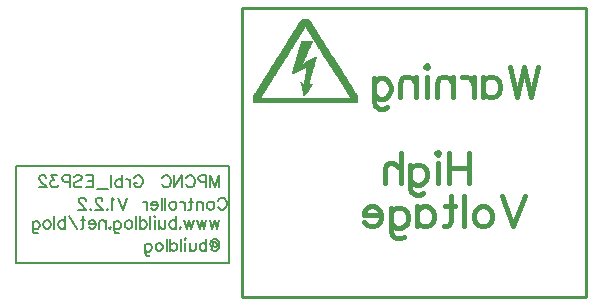
<source format=gbr>
G04 DipTrace 3.3.1.3*
G04 BottomSilk.gbr*
%MOIN*%
G04 #@! TF.FileFunction,Legend,Bot*
G04 #@! TF.Part,Single*
%ADD10C,0.009843*%
%ADD12C,0.003*%
%ADD27C,0.008*%
%ADD124C,0.006176*%
%ADD125C,0.015439*%
%FSLAX26Y26*%
G04*
G70*
G90*
G75*
G01*
G04 BotSilk*
%LPD*%
X3149949Y3268700D2*
D10*
X4293700D1*
Y2306200D1*
X3149949D1*
Y3268700D1*
X2393700Y2743700D2*
D27*
X3106200D1*
Y2418700D1*
X2393700D1*
Y2743700D1*
X3349200Y3234451D2*
D12*
X3370200D1*
X3346212Y3231451D2*
X3372163D1*
X3343317Y3228451D2*
X3374164D1*
X3340711Y3225451D2*
X3376202D1*
X3338535Y3222451D2*
X3378084D1*
X3336687Y3219451D2*
X3379800D1*
X3334940Y3216451D2*
X3381492D1*
X3333093Y3213451D2*
X3383318D1*
X3331126Y3210451D2*
X3385278D1*
X3329187Y3207451D2*
X3354725D1*
X3361778D2*
X3387214D1*
X3327209Y3204451D2*
X3353864D1*
X3362918D2*
X3389191D1*
X3325186Y3201451D2*
X3352599D1*
X3364519D2*
X3391214D1*
X3323311Y3198451D2*
X3350961D1*
X3366208D2*
X3393089D1*
X3321598Y3195451D2*
X3349089D1*
X3367846D2*
X3394802D1*
X3319907Y3192451D2*
X3347275D1*
X3369508D2*
X3396493D1*
X3318081Y3189451D2*
X3345586D1*
X3371324D2*
X3398319D1*
X3316122Y3186451D2*
X3343903D1*
X3373280D2*
X3400278D1*
X3314186Y3183451D2*
X3342080D1*
X3375215D2*
X3402214D1*
X3312209Y3180451D2*
X3340133D1*
X3377192D2*
X3404191D1*
X3310186Y3177451D2*
X3338291D1*
X3379214D2*
X3406214D1*
X3308311Y3174451D2*
X3336591D1*
X3381089D2*
X3408089D1*
X3306598Y3171451D2*
X3334905D1*
X3382802D2*
X3409802D1*
X3304907Y3168451D2*
X3333080D1*
X3384493D2*
X3411493D1*
X3303081Y3165451D2*
X3331121D1*
X3386319D2*
X3413319D1*
X3301134Y3162451D2*
X3329185D1*
X3388278D2*
X3415278D1*
X3299291Y3159451D2*
X3327209D1*
X3346200D2*
X3382200D1*
X3390214D2*
X3417214D1*
X3297591Y3156451D2*
X3325186D1*
X3344803D2*
X3380352D1*
X3392191D2*
X3419191D1*
X3295905Y3153451D2*
X3323311D1*
X3343836D2*
X3378734D1*
X3394214D2*
X3421214D1*
X3294080Y3150451D2*
X3321598D1*
X3343018D2*
X3377416D1*
X3396089D2*
X3423089D1*
X3292121Y3147451D2*
X3319907D1*
X3342094D2*
X3376303D1*
X3397802D2*
X3424802D1*
X3290185Y3144451D2*
X3318081D1*
X3341142D2*
X3375122D1*
X3399493D2*
X3426493D1*
X3288209Y3141451D2*
X3316122D1*
X3340206D2*
X3373802D1*
X3401319D2*
X3428319D1*
X3286186Y3138451D2*
X3314186D1*
X3339187D2*
X3372391D1*
X3403278D2*
X3430278D1*
X3284311Y3135451D2*
X3312209D1*
X3338182D2*
X3370926D1*
X3405214D2*
X3432214D1*
X3282598Y3132451D2*
X3310186D1*
X3337222D2*
X3369443D1*
X3407191D2*
X3434191D1*
X3280907Y3129451D2*
X3308311D1*
X3336205D2*
X3367958D1*
X3409214D2*
X3436214D1*
X3279081Y3126451D2*
X3306598D1*
X3335289D2*
X3366556D1*
X3411089D2*
X3438089D1*
X3277122Y3123451D2*
X3304907D1*
X3334605D2*
X3365343D1*
X3412802D2*
X3439802D1*
X3275174Y3120451D2*
X3303081D1*
X3333924D2*
X3364275D1*
X3414493D2*
X3441504D1*
X3273103Y3117451D2*
X3301122D1*
X3333058D2*
X3363112D1*
X3416319D2*
X3443424D1*
X3270792Y3114451D2*
X3299186D1*
X3332128D2*
X3361798D1*
X3418278D2*
X3445661D1*
X3268487Y3111451D2*
X3297209D1*
X3331202D2*
X3360390D1*
X3420214D2*
X3447945D1*
X3266447Y3108451D2*
X3295186D1*
X3330197D2*
X3358937D1*
X3422191D2*
X3450066D1*
X3264654Y3105451D2*
X3293311D1*
X3329287D2*
X3357548D1*
X3391200D2*
X3394200D1*
X3424214D2*
X3452131D1*
X3262928Y3102451D2*
X3291598D1*
X3328604D2*
X3356340D1*
X3385086D2*
X3393736D1*
X3426089D2*
X3454203D1*
X3261089Y3099451D2*
X3289907D1*
X3327923D2*
X3355274D1*
X3378713D2*
X3392981D1*
X3427802D2*
X3456186D1*
X3259136Y3096451D2*
X3288081D1*
X3327058D2*
X3354102D1*
X3372108D2*
X3392099D1*
X3429504D2*
X3458181D1*
X3257292Y3093451D2*
X3286122D1*
X3326128D2*
X3352712D1*
X3365794D2*
X3391191D1*
X3431424D2*
X3460210D1*
X3255591Y3090451D2*
X3284186D1*
X3325202D2*
X3351055D1*
X3360251D2*
X3390194D1*
X3433661D2*
X3462088D1*
X3253905Y3087451D2*
X3282209D1*
X3324197D2*
X3349200D1*
X3355200D2*
X3389285D1*
X3435933D2*
X3463801D1*
X3252080Y3084451D2*
X3280186D1*
X3323287D2*
X3388604D1*
X3437961D2*
X3465493D1*
X3250122Y3081451D2*
X3278311D1*
X3322604D2*
X3387923D1*
X3439749D2*
X3467319D1*
X3248185Y3078451D2*
X3276598D1*
X3321923D2*
X3387058D1*
X3441484D2*
X3469278D1*
X3246209Y3075451D2*
X3274896D1*
X3321058D2*
X3386128D1*
X3443417D2*
X3471214D1*
X3244186Y3072451D2*
X3272976D1*
X3320128D2*
X3358790D1*
X3363736D2*
X3385202D1*
X3445658D2*
X3473191D1*
X3242311Y3069451D2*
X3270739D1*
X3319202D2*
X3351035D1*
X3362993D2*
X3384197D1*
X3447932D2*
X3475214D1*
X3240598Y3066451D2*
X3268467D1*
X3318197D2*
X3344030D1*
X3362216D2*
X3383287D1*
X3449960D2*
X3477089D1*
X3238907Y3063451D2*
X3266439D1*
X3317298D2*
X3337543D1*
X3361690D2*
X3382604D1*
X3451749D2*
X3478802D1*
X3237081Y3060451D2*
X3264651D1*
X3316719D2*
X3331332D1*
X3361400D2*
X3381923D1*
X3453472D2*
X3480493D1*
X3235122Y3057451D2*
X3262928D1*
X3316404D2*
X3325246D1*
X3361167D2*
X3381058D1*
X3455311D2*
X3482319D1*
X3233186Y3054451D2*
X3261089D1*
X3316200D2*
X3319200D1*
X3360732D2*
X3380128D1*
X3457276D2*
X3484278D1*
X3231209Y3051451D2*
X3259124D1*
X3359993D2*
X3379202D1*
X3459214D2*
X3486214D1*
X3229186Y3048451D2*
X3257186D1*
X3359217D2*
X3378197D1*
X3461191D2*
X3488191D1*
X3227311Y3045451D2*
X3255209D1*
X3358691D2*
X3377287D1*
X3463225D2*
X3490214D1*
X3225598Y3042451D2*
X3253186D1*
X3358400D2*
X3376604D1*
X3465194D2*
X3492089D1*
X3223907Y3039451D2*
X3251311D1*
X3358167D2*
X3375923D1*
X3467184D2*
X3493802D1*
X3222081Y3036451D2*
X3249598D1*
X3357732D2*
X3375070D1*
X3469223D2*
X3495493D1*
X3220122Y3033451D2*
X3247907D1*
X3356993D2*
X3374234D1*
X3471193D2*
X3497319D1*
X3218186Y3030451D2*
X3246081D1*
X3356217D2*
X3373584D1*
X3473184D2*
X3499278D1*
X3216209Y3027451D2*
X3244122D1*
X3355689D2*
X3372916D1*
X3475211D2*
X3501214D1*
X3214186Y3024451D2*
X3242186D1*
X3343200D2*
X3346200D1*
X3355394D2*
X3372067D1*
X3477088D2*
X3503191D1*
X3212311Y3021451D2*
X3240209D1*
X3344226D2*
X3349200D1*
X3355200D2*
X3371237D1*
X3478801D2*
X3505214D1*
X3210610Y3018451D2*
X3238186D1*
X3345130D2*
X3370647D1*
X3480493D2*
X3507089D1*
X3209013Y3015451D2*
X3236311D1*
X3345804D2*
X3370200D1*
X3376200D2*
X3382200D1*
X3482319D2*
X3508802D1*
X3207464Y3012451D2*
X3234598D1*
X3346481D2*
X3379664D1*
X3484278D2*
X3510493D1*
X3205852Y3009451D2*
X3232907D1*
X3347331D2*
X3377419D1*
X3486214D2*
X3512319D1*
X3204060Y3006451D2*
X3231081D1*
X3348155D2*
X3375301D1*
X3488191D2*
X3514266D1*
X3202114Y3003451D2*
X3229122D1*
X3348711D2*
X3373209D1*
X3490214D2*
X3516109D1*
X3200183Y3000451D2*
X3227186D1*
X3349102D2*
X3371218D1*
X3492089D2*
X3517809D1*
X3198208Y2997451D2*
X3225209D1*
X3349614D2*
X3369220D1*
X3493802D2*
X3519495D1*
X3196174Y2994451D2*
X3223186D1*
X3350386D2*
X3367178D1*
X3495493D2*
X3521320D1*
X3194206Y2991451D2*
X3221311D1*
X3351176D2*
X3365195D1*
X3497319D2*
X3523279D1*
X3192216Y2988451D2*
X3219598D1*
X3351707D2*
X3363099D1*
X3499278D2*
X3525215D1*
X3190189Y2985451D2*
X3217907D1*
X3351988D2*
X3360680D1*
X3501214D2*
X3527180D1*
X3188324Y2982451D2*
X3216093D1*
X3352121D2*
X3357996D1*
X3503180D2*
X3529097D1*
X3186727Y2979451D2*
X3214250D1*
X3352200D2*
X3355200D1*
X3505097D2*
X3530578D1*
X3185524Y2976451D2*
X3212792D1*
X3506588D2*
X3531455D1*
X3184811Y2973451D2*
X3211864D1*
X3507529D2*
X3531889D1*
X3184456Y2970451D2*
X3532079D1*
X3184300Y2967451D2*
X3532155D1*
X3184237Y2964451D2*
X3532184D1*
X3184213Y2961451D2*
X3532195D1*
X3184204Y2958451D2*
X3532198D1*
X3184200Y2955451D2*
X3532200D1*
X3349200Y3234451D2*
X3346212Y3231451D1*
X3343317Y3228451D1*
X3340711Y3225451D1*
X3338535Y3222451D1*
X3336687Y3219451D1*
X3334940Y3216451D1*
X3333093Y3213451D1*
X3331126Y3210451D1*
X3329187Y3207451D1*
X3327209Y3204451D1*
X3325186Y3201451D1*
X3323311Y3198451D1*
X3321598Y3195451D1*
X3319907Y3192451D1*
X3318081Y3189451D1*
X3316122Y3186451D1*
X3314186Y3183451D1*
X3312209Y3180451D1*
X3310186Y3177451D1*
X3308311Y3174451D1*
X3306598Y3171451D1*
X3304907Y3168451D1*
X3303081Y3165451D1*
X3301134Y3162451D1*
X3299291Y3159451D1*
X3297591Y3156451D1*
X3295905Y3153451D1*
X3294080Y3150451D1*
X3292121Y3147451D1*
X3290185Y3144451D1*
X3288209Y3141451D1*
X3286186Y3138451D1*
X3284311Y3135451D1*
X3282598Y3132451D1*
X3280907Y3129451D1*
X3279081Y3126451D1*
X3277122Y3123451D1*
X3275174Y3120451D1*
X3273103Y3117451D1*
X3270792Y3114451D1*
X3268487Y3111451D1*
X3266447Y3108451D1*
X3264654Y3105451D1*
X3262928Y3102451D1*
X3261089Y3099451D1*
X3259136Y3096451D1*
X3257292Y3093451D1*
X3255591Y3090451D1*
X3253905Y3087451D1*
X3252080Y3084451D1*
X3250122Y3081451D1*
X3248185Y3078451D1*
X3246209Y3075451D1*
X3244186Y3072451D1*
X3242311Y3069451D1*
X3240598Y3066451D1*
X3238907Y3063451D1*
X3237081Y3060451D1*
X3235122Y3057451D1*
X3233186Y3054451D1*
X3231209Y3051451D1*
X3229186Y3048451D1*
X3227311Y3045451D1*
X3225598Y3042451D1*
X3223907Y3039451D1*
X3222081Y3036451D1*
X3220122Y3033451D1*
X3218186Y3030451D1*
X3216209Y3027451D1*
X3214186Y3024451D1*
X3212311Y3021451D1*
X3210610Y3018451D1*
X3209013Y3015451D1*
X3207464Y3012451D1*
X3205852Y3009451D1*
X3204060Y3006451D1*
X3202114Y3003451D1*
X3200183Y3000451D1*
X3198208Y2997451D1*
X3196174Y2994451D1*
X3194206Y2991451D1*
X3192216Y2988451D1*
X3190189Y2985451D1*
X3188324Y2982451D1*
X3186727Y2979451D1*
X3185524Y2976451D1*
X3184811Y2973451D1*
X3184456Y2970451D1*
X3184300Y2967451D1*
X3184237Y2964451D1*
X3184213Y2961451D1*
X3184204Y2958451D1*
X3184200Y2955451D1*
X3370200Y3234451D2*
X3372163Y3231451D1*
X3374164Y3228451D1*
X3376202Y3225451D1*
X3378084Y3222451D1*
X3379800Y3219451D1*
X3381492Y3216451D1*
X3383318Y3213451D1*
X3385278Y3210451D1*
X3387214Y3207451D1*
X3389191Y3204451D1*
X3391214Y3201451D1*
X3393089Y3198451D1*
X3394802Y3195451D1*
X3396493Y3192451D1*
X3398319Y3189451D1*
X3400278Y3186451D1*
X3402214Y3183451D1*
X3404191Y3180451D1*
X3406214Y3177451D1*
X3408089Y3174451D1*
X3409802Y3171451D1*
X3411493Y3168451D1*
X3413319Y3165451D1*
X3415278Y3162451D1*
X3417214Y3159451D1*
X3419191Y3156451D1*
X3421214Y3153451D1*
X3423089Y3150451D1*
X3424802Y3147451D1*
X3426493Y3144451D1*
X3428319Y3141451D1*
X3430278Y3138451D1*
X3432214Y3135451D1*
X3434191Y3132451D1*
X3436214Y3129451D1*
X3438089Y3126451D1*
X3439802Y3123451D1*
X3441504Y3120451D1*
X3443424Y3117451D1*
X3445661Y3114451D1*
X3447945Y3111451D1*
X3450066Y3108451D1*
X3452131Y3105451D1*
X3454203Y3102451D1*
X3456186Y3099451D1*
X3458181Y3096451D1*
X3460210Y3093451D1*
X3462088Y3090451D1*
X3463801Y3087451D1*
X3465493Y3084451D1*
X3467319Y3081451D1*
X3469278Y3078451D1*
X3471214Y3075451D1*
X3473191Y3072451D1*
X3475214Y3069451D1*
X3477089Y3066451D1*
X3478802Y3063451D1*
X3480493Y3060451D1*
X3482319Y3057451D1*
X3484278Y3054451D1*
X3486214Y3051451D1*
X3488191Y3048451D1*
X3490214Y3045451D1*
X3492089Y3042451D1*
X3493802Y3039451D1*
X3495493Y3036451D1*
X3497319Y3033451D1*
X3499278Y3030451D1*
X3501214Y3027451D1*
X3503191Y3024451D1*
X3505214Y3021451D1*
X3507089Y3018451D1*
X3508802Y3015451D1*
X3510493Y3012451D1*
X3512319Y3009451D1*
X3514266Y3006451D1*
X3516109Y3003451D1*
X3517809Y3000451D1*
X3519495Y2997451D1*
X3521320Y2994451D1*
X3523279Y2991451D1*
X3525215Y2988451D1*
X3527180Y2985451D1*
X3529097Y2982451D1*
X3530578Y2979451D1*
X3531455Y2976451D1*
X3531889Y2973451D1*
X3532079Y2970451D1*
X3532155Y2967451D1*
X3532184Y2964451D1*
X3532195Y2961451D1*
X3532198Y2958451D1*
X3532200Y2955451D1*
X3355200Y3210451D2*
X3354725Y3207451D1*
X3353864Y3204451D1*
X3352599Y3201451D1*
X3350961Y3198451D1*
X3349089Y3195451D1*
X3347275Y3192451D1*
X3345586Y3189451D1*
X3343903Y3186451D1*
X3342080Y3183451D1*
X3340133Y3180451D1*
X3338291Y3177451D1*
X3336591Y3174451D1*
X3334905Y3171451D1*
X3333080Y3168451D1*
X3331121Y3165451D1*
X3329185Y3162451D1*
X3327209Y3159451D1*
X3325186Y3156451D1*
X3323311Y3153451D1*
X3321598Y3150451D1*
X3319907Y3147451D1*
X3318081Y3144451D1*
X3316122Y3141451D1*
X3314186Y3138451D1*
X3312209Y3135451D1*
X3310186Y3132451D1*
X3308311Y3129451D1*
X3306598Y3126451D1*
X3304907Y3123451D1*
X3303081Y3120451D1*
X3301122Y3117451D1*
X3299186Y3114451D1*
X3297209Y3111451D1*
X3295186Y3108451D1*
X3293311Y3105451D1*
X3291598Y3102451D1*
X3289907Y3099451D1*
X3288081Y3096451D1*
X3286122Y3093451D1*
X3284186Y3090451D1*
X3282209Y3087451D1*
X3280186Y3084451D1*
X3278311Y3081451D1*
X3276598Y3078451D1*
X3274896Y3075451D1*
X3272976Y3072451D1*
X3270739Y3069451D1*
X3268467Y3066451D1*
X3266439Y3063451D1*
X3264651Y3060451D1*
X3262928Y3057451D1*
X3261089Y3054451D1*
X3259124Y3051451D1*
X3257186Y3048451D1*
X3255209Y3045451D1*
X3253186Y3042451D1*
X3251311Y3039451D1*
X3249598Y3036451D1*
X3247907Y3033451D1*
X3246081Y3030451D1*
X3244122Y3027451D1*
X3242186Y3024451D1*
X3240209Y3021451D1*
X3238186Y3018451D1*
X3236311Y3015451D1*
X3234598Y3012451D1*
X3232907Y3009451D1*
X3231081Y3006451D1*
X3229122Y3003451D1*
X3227186Y3000451D1*
X3225209Y2997451D1*
X3223186Y2994451D1*
X3221311Y2991451D1*
X3219598Y2988451D1*
X3217907Y2985451D1*
X3216093Y2982451D1*
X3214250Y2979451D1*
X3212792Y2976451D1*
X3211864Y2973451D1*
X3211200Y2970451D1*
X3361200Y3210451D2*
X3361778Y3207451D1*
X3362918Y3204451D1*
X3364519Y3201451D1*
X3366208Y3198451D1*
X3367846Y3195451D1*
X3369508Y3192451D1*
X3371324Y3189451D1*
X3373280Y3186451D1*
X3375215Y3183451D1*
X3377192Y3180451D1*
X3379214Y3177451D1*
X3381089Y3174451D1*
X3382802Y3171451D1*
X3384493Y3168451D1*
X3386319Y3165451D1*
X3388278Y3162451D1*
X3390214Y3159451D1*
X3392191Y3156451D1*
X3394214Y3153451D1*
X3396089Y3150451D1*
X3397802Y3147451D1*
X3399493Y3144451D1*
X3401319Y3141451D1*
X3403278Y3138451D1*
X3405214Y3135451D1*
X3407191Y3132451D1*
X3409214Y3129451D1*
X3411089Y3126451D1*
X3412802Y3123451D1*
X3414493Y3120451D1*
X3416319Y3117451D1*
X3418278Y3114451D1*
X3420214Y3111451D1*
X3422191Y3108451D1*
X3424214Y3105451D1*
X3426089Y3102451D1*
X3427802Y3099451D1*
X3429504Y3096451D1*
X3431424Y3093451D1*
X3433661Y3090451D1*
X3435933Y3087451D1*
X3437961Y3084451D1*
X3439749Y3081451D1*
X3441484Y3078451D1*
X3443417Y3075451D1*
X3445658Y3072451D1*
X3447932Y3069451D1*
X3449960Y3066451D1*
X3451749Y3063451D1*
X3453472Y3060451D1*
X3455311Y3057451D1*
X3457276Y3054451D1*
X3459214Y3051451D1*
X3461191Y3048451D1*
X3463225Y3045451D1*
X3465194Y3042451D1*
X3467184Y3039451D1*
X3469223Y3036451D1*
X3471193Y3033451D1*
X3473184Y3030451D1*
X3475211Y3027451D1*
X3477088Y3024451D1*
X3478801Y3021451D1*
X3480493Y3018451D1*
X3482319Y3015451D1*
X3484278Y3012451D1*
X3486214Y3009451D1*
X3488191Y3006451D1*
X3490214Y3003451D1*
X3492089Y3000451D1*
X3493802Y2997451D1*
X3495493Y2994451D1*
X3497319Y2991451D1*
X3499278Y2988451D1*
X3501214Y2985451D1*
X3503180Y2982451D1*
X3505097Y2979451D1*
X3506588Y2976451D1*
X3507529Y2973451D1*
X3508200Y2970451D1*
X3346200Y3159451D2*
X3344803Y3156451D1*
X3343836Y3153451D1*
X3343018Y3150451D1*
X3342094Y3147451D1*
X3341142Y3144451D1*
X3340206Y3141451D1*
X3339187Y3138451D1*
X3338182Y3135451D1*
X3337222Y3132451D1*
X3336205Y3129451D1*
X3335289Y3126451D1*
X3334605Y3123451D1*
X3333924Y3120451D1*
X3333058Y3117451D1*
X3332128Y3114451D1*
X3331202Y3111451D1*
X3330197Y3108451D1*
X3329287Y3105451D1*
X3328604Y3102451D1*
X3327923Y3099451D1*
X3327058Y3096451D1*
X3326128Y3093451D1*
X3325202Y3090451D1*
X3324197Y3087451D1*
X3323287Y3084451D1*
X3322604Y3081451D1*
X3321923Y3078451D1*
X3321058Y3075451D1*
X3320128Y3072451D1*
X3319202Y3069451D1*
X3318197Y3066451D1*
X3317298Y3063451D1*
X3316719Y3060451D1*
X3316404Y3057451D1*
X3316200Y3054451D1*
X3382200Y3159451D2*
X3380352Y3156451D1*
X3378734Y3153451D1*
X3377416Y3150451D1*
X3376303Y3147451D1*
X3375122Y3144451D1*
X3373802Y3141451D1*
X3372391Y3138451D1*
X3370926Y3135451D1*
X3369443Y3132451D1*
X3367958Y3129451D1*
X3366556Y3126451D1*
X3365343Y3123451D1*
X3364275Y3120451D1*
X3363112Y3117451D1*
X3361798Y3114451D1*
X3360390Y3111451D1*
X3358937Y3108451D1*
X3357548Y3105451D1*
X3356340Y3102451D1*
X3355274Y3099451D1*
X3354102Y3096451D1*
X3352712Y3093451D1*
X3351055Y3090451D1*
X3349200Y3087451D1*
X3391200Y3105451D2*
X3385086Y3102451D1*
X3378713Y3099451D1*
X3372108Y3096451D1*
X3365794Y3093451D1*
X3360251Y3090451D1*
X3355200Y3087451D1*
X3394200Y3105451D2*
X3393736Y3102451D1*
X3392981Y3099451D1*
X3392099Y3096451D1*
X3391191Y3093451D1*
X3390194Y3090451D1*
X3389285Y3087451D1*
X3388604Y3084451D1*
X3387923Y3081451D1*
X3387058Y3078451D1*
X3386128Y3075451D1*
X3385202Y3072451D1*
X3384197Y3069451D1*
X3383287Y3066451D1*
X3382604Y3063451D1*
X3381923Y3060451D1*
X3381058Y3057451D1*
X3380128Y3054451D1*
X3379202Y3051451D1*
X3378197Y3048451D1*
X3377287Y3045451D1*
X3376604Y3042451D1*
X3375923Y3039451D1*
X3375070Y3036451D1*
X3374234Y3033451D1*
X3373584Y3030451D1*
X3372916Y3027451D1*
X3372067Y3024451D1*
X3371237Y3021451D1*
X3370647Y3018451D1*
X3370200Y3015451D1*
X3367200Y3075451D2*
X3358790Y3072451D1*
X3351035Y3069451D1*
X3344030Y3066451D1*
X3337543Y3063451D1*
X3331332Y3060451D1*
X3325246Y3057451D1*
X3319200Y3054451D1*
X3364200Y3075451D2*
X3363736Y3072451D1*
X3362993Y3069451D1*
X3362216Y3066451D1*
X3361690Y3063451D1*
X3361400Y3060451D1*
X3361167Y3057451D1*
X3360732Y3054451D1*
X3359993Y3051451D1*
X3359217Y3048451D1*
X3358691Y3045451D1*
X3358400Y3042451D1*
X3358167Y3039451D1*
X3357732Y3036451D1*
X3356993Y3033451D1*
X3356217Y3030451D1*
X3355689Y3027451D1*
X3355394Y3024451D1*
X3355200Y3021451D1*
X3343200Y3024451D2*
X3344226Y3021451D1*
X3345130Y3018451D1*
X3345804Y3015451D1*
X3346481Y3012451D1*
X3347331Y3009451D1*
X3348155Y3006451D1*
X3348711Y3003451D1*
X3349102Y3000451D1*
X3349614Y2997451D1*
X3350386Y2994451D1*
X3351176Y2991451D1*
X3351707Y2988451D1*
X3351988Y2985451D1*
X3352121Y2982451D1*
X3352200Y2979451D1*
X3346200Y3024451D2*
X3349200Y3021451D1*
X3376200Y3015451D2*
X3382200D2*
X3379664Y3012451D1*
X3377419Y3009451D1*
X3375301Y3006451D1*
X3373209Y3003451D1*
X3371218Y3000451D1*
X3369220Y2997451D1*
X3367178Y2994451D1*
X3365195Y2991451D1*
X3363099Y2988451D1*
X3360680Y2985451D1*
X3357996Y2982451D1*
X3355200Y2979451D1*
X3042494Y2672660D2*
D124*
Y2712852D1*
X3057792Y2672660D1*
X3073091Y2712852D1*
Y2672660D1*
X3030142Y2691806D2*
X3012898D1*
X3007194Y2693707D1*
X3005249Y2695652D1*
X3003347Y2699455D1*
Y2705203D1*
X3005249Y2709005D1*
X3007194Y2710951D1*
X3012898Y2712852D1*
X3030142D1*
Y2672660D1*
X2962300Y2703302D2*
X2964201Y2707104D1*
X2968048Y2710951D1*
X2971851Y2712852D1*
X2979500D1*
X2983347Y2710951D1*
X2987149Y2707104D1*
X2989095Y2703302D1*
X2990996Y2697554D1*
Y2687959D1*
X2989095Y2682255D1*
X2987149Y2678408D1*
X2983347Y2674606D1*
X2979500Y2672660D1*
X2971851D1*
X2968048Y2674606D1*
X2964201Y2678408D1*
X2962300Y2682255D1*
X2923154Y2712852D2*
Y2672660D1*
X2949949Y2712852D1*
Y2672660D1*
X2882107Y2703302D2*
X2884008Y2707104D1*
X2887855Y2710951D1*
X2891657Y2712852D1*
X2899307D1*
X2903153Y2710951D1*
X2906956Y2707104D1*
X2908901Y2703302D1*
X2910803Y2697554D1*
Y2687959D1*
X2908901Y2682255D1*
X2906956Y2678408D1*
X2903153Y2674606D1*
X2899307Y2672660D1*
X2891657D1*
X2887855Y2674606D1*
X2884008Y2678408D1*
X2882107Y2682255D1*
X2788490Y2703302D2*
X2790391Y2707104D1*
X2794238Y2710951D1*
X2798040Y2712852D1*
X2805689D1*
X2809536Y2710951D1*
X2813339Y2707104D1*
X2815284Y2703302D1*
X2817186Y2697554D1*
Y2687959D1*
X2815284Y2682255D1*
X2813339Y2678408D1*
X2809536Y2674606D1*
X2805689Y2672660D1*
X2798040D1*
X2794238Y2674606D1*
X2790391Y2678408D1*
X2788490Y2682255D1*
Y2687959D1*
X2798040D1*
X2776138Y2699455D2*
Y2672660D1*
Y2687959D2*
X2774193Y2693707D1*
X2770390Y2697554D1*
X2766543Y2699455D1*
X2760795D1*
X2748444Y2712852D2*
Y2672660D1*
Y2693707D2*
X2744597Y2697554D1*
X2740795Y2699455D1*
X2735047D1*
X2731244Y2697554D1*
X2727397Y2693707D1*
X2725496Y2687959D1*
Y2684156D1*
X2727397Y2678408D1*
X2731244Y2674606D1*
X2735047Y2672660D1*
X2740795D1*
X2744597Y2674606D1*
X2748444Y2678408D1*
X2713145Y2712852D2*
Y2672660D1*
X2700793Y2666028D2*
X2664448D1*
X2627247Y2712852D2*
X2652097D1*
Y2672660D1*
X2627247D1*
X2652097Y2693707D2*
X2636798D1*
X2588101Y2707104D2*
X2591904Y2710951D1*
X2597652Y2712852D1*
X2605301D1*
X2611049Y2710951D1*
X2614896Y2707104D1*
Y2703302D1*
X2612951Y2699455D1*
X2611049Y2697554D1*
X2607247Y2695652D1*
X2595751Y2691806D1*
X2591904Y2689904D1*
X2590003Y2687959D1*
X2588101Y2684156D1*
Y2678408D1*
X2591904Y2674606D1*
X2597652Y2672660D1*
X2605301D1*
X2611049Y2674606D1*
X2614896Y2678408D1*
X2575750Y2691806D2*
X2558506D1*
X2552802Y2693707D1*
X2550857Y2695652D1*
X2548955Y2699455D1*
Y2705203D1*
X2550857Y2709005D1*
X2552802Y2710951D1*
X2558506Y2712852D1*
X2575750D1*
Y2672660D1*
X2532757Y2712808D2*
X2511755D1*
X2523207Y2697509D1*
X2517459D1*
X2513656Y2695608D1*
X2511755Y2693707D1*
X2509809Y2687959D1*
Y2684156D1*
X2511755Y2678408D1*
X2515557Y2674561D1*
X2521305Y2672660D1*
X2527053D1*
X2532757Y2674561D1*
X2534658Y2676507D1*
X2536604Y2680310D1*
X2495512Y2703257D2*
Y2705159D1*
X2493611Y2709005D1*
X2491710Y2710907D1*
X2487863Y2712808D1*
X2480214D1*
X2476411Y2710907D1*
X2474510Y2709005D1*
X2472564Y2705159D1*
Y2701356D1*
X2474510Y2697509D1*
X2478312Y2691806D1*
X2497458Y2672660D1*
X2470663D1*
X3068490Y2628302D2*
X3070391Y2632104D1*
X3074238Y2635951D1*
X3078040Y2637852D1*
X3085690D1*
X3089536Y2635951D1*
X3093339Y2632104D1*
X3095284Y2628302D1*
X3097186Y2622554D1*
Y2612959D1*
X3095284Y2607255D1*
X3093339Y2603408D1*
X3089536Y2599606D1*
X3085690Y2597660D1*
X3078040D1*
X3074238Y2599606D1*
X3070391Y2603408D1*
X3068490Y2607255D1*
X3046588Y2624455D2*
X3050390Y2622554D1*
X3054237Y2618707D1*
X3056138Y2612959D1*
Y2609156D1*
X3054237Y2603408D1*
X3050390Y2599606D1*
X3046588Y2597660D1*
X3040840D1*
X3036993Y2599606D1*
X3033190Y2603408D1*
X3031245Y2609156D1*
Y2612959D1*
X3033190Y2618707D1*
X3036993Y2622554D1*
X3040840Y2624455D1*
X3046588D1*
X3018894D2*
Y2597660D1*
Y2616806D2*
X3013146Y2622554D1*
X3009299Y2624455D1*
X3003595D1*
X2999748Y2622554D1*
X2997847Y2616806D1*
Y2597660D1*
X2979747Y2637852D2*
Y2605310D1*
X2977846Y2599606D1*
X2973999Y2597660D1*
X2970197D1*
X2985496Y2624455D2*
X2972098D1*
X2957846D2*
Y2597660D1*
Y2612959D2*
X2955900Y2618707D1*
X2952097Y2622554D1*
X2948251Y2624455D1*
X2942503D1*
X2920601D2*
X2924403Y2622554D1*
X2928250Y2618707D1*
X2930151Y2612959D1*
Y2609156D1*
X2928250Y2603408D1*
X2924403Y2599606D1*
X2920601Y2597660D1*
X2914853D1*
X2911006Y2599606D1*
X2907203Y2603408D1*
X2905258Y2609156D1*
Y2612959D1*
X2907203Y2618707D1*
X2911006Y2622554D1*
X2914853Y2624455D1*
X2920601D1*
X2892907Y2637852D2*
Y2597660D1*
X2880555Y2637852D2*
Y2597660D1*
X2868204Y2612959D2*
X2845256D1*
Y2616806D1*
X2847157Y2620652D1*
X2849058Y2622554D1*
X2852905Y2624455D1*
X2858653D1*
X2862456Y2622554D1*
X2866302Y2618707D1*
X2868204Y2612959D1*
Y2609156D1*
X2866302Y2603408D1*
X2862456Y2599606D1*
X2858653Y2597660D1*
X2852905D1*
X2849058Y2599606D1*
X2845256Y2603408D1*
X2832904Y2624455D2*
Y2597660D1*
Y2612959D2*
X2830959Y2618707D1*
X2827156Y2622554D1*
X2823310Y2624455D1*
X2817562D1*
X2766329Y2637852D2*
X2751031Y2597660D1*
X2735732Y2637852D1*
X2723381Y2630159D2*
X2719534Y2632104D1*
X2713786Y2637808D1*
Y2597660D1*
X2699533Y2601507D2*
X2701435Y2599561D1*
X2699533Y2597660D1*
X2697588Y2599561D1*
X2699533Y2601507D1*
X2683291Y2628257D2*
Y2630159D1*
X2681390Y2634005D1*
X2679488Y2635907D1*
X2675642Y2637808D1*
X2667992D1*
X2664190Y2635907D1*
X2662289Y2634005D1*
X2660343Y2630159D1*
Y2626356D1*
X2662289Y2622509D1*
X2666091Y2616806D1*
X2685236Y2597660D1*
X2658442D1*
X2644189Y2601507D2*
X2646090Y2599561D1*
X2644189Y2597660D1*
X2642244Y2599561D1*
X2644189Y2601507D1*
X2627947Y2628257D2*
Y2630159D1*
X2626045Y2634005D1*
X2624144Y2635907D1*
X2620297Y2637808D1*
X2612648D1*
X2608846Y2635907D1*
X2606944Y2634005D1*
X2604999Y2630159D1*
Y2626356D1*
X2606944Y2622509D1*
X2610747Y2616806D1*
X2629892Y2597660D1*
X2603098D1*
X3073091Y2561955D2*
X3065441Y2535160D1*
X3057792Y2561955D1*
X3050143Y2535160D1*
X3042493Y2561955D1*
X3030142D2*
X3022493Y2535160D1*
X3014843Y2561955D1*
X3007194Y2535160D1*
X2999545Y2561955D1*
X2987193D2*
X2979544Y2535160D1*
X2971895Y2561955D1*
X2964246Y2535160D1*
X2956596Y2561955D1*
X2942344Y2539007D2*
X2944245Y2537061D1*
X2942344Y2535160D1*
X2940398Y2537061D1*
X2942344Y2539007D1*
X2928047Y2575352D2*
Y2535160D1*
Y2556207D2*
X2924200Y2560054D1*
X2920397Y2561955D1*
X2914649D1*
X2910847Y2560054D1*
X2907000Y2556207D1*
X2905099Y2550459D1*
Y2546656D1*
X2907000Y2540908D1*
X2910847Y2537106D1*
X2914649Y2535160D1*
X2920397D1*
X2924200Y2537106D1*
X2928047Y2540908D1*
X2892747Y2561955D2*
Y2542810D1*
X2890846Y2537106D1*
X2886999Y2535160D1*
X2881251D1*
X2877449Y2537106D1*
X2871701Y2542810D1*
Y2561955D2*
Y2535160D1*
X2859349Y2575352D2*
X2857448Y2573451D1*
X2855503Y2575352D1*
X2857448Y2577298D1*
X2859349Y2575352D1*
X2857448Y2561955D2*
Y2535160D1*
X2843151Y2575352D2*
Y2535160D1*
X2807852Y2575352D2*
Y2535160D1*
Y2556207D2*
X2811654Y2560054D1*
X2815501Y2561955D1*
X2821249D1*
X2825052Y2560054D1*
X2828899Y2556207D1*
X2830800Y2550459D1*
Y2546656D1*
X2828899Y2540908D1*
X2825052Y2537106D1*
X2821249Y2535160D1*
X2815501D1*
X2811654Y2537106D1*
X2807852Y2540908D1*
X2795500Y2575352D2*
Y2535160D1*
X2773599Y2561955D2*
X2777401Y2560054D1*
X2781248Y2556207D1*
X2783149Y2550459D1*
Y2546656D1*
X2781248Y2540908D1*
X2777401Y2537106D1*
X2773599Y2535160D1*
X2767850D1*
X2764004Y2537106D1*
X2760201Y2540908D1*
X2758256Y2546656D1*
Y2550459D1*
X2760201Y2556207D1*
X2764004Y2560054D1*
X2767850Y2561955D1*
X2773599D1*
X2722956Y2560054D2*
Y2529412D1*
X2724858Y2523708D1*
X2726759Y2521763D1*
X2730606Y2519862D1*
X2736354D1*
X2740156Y2521763D1*
X2722956Y2554306D2*
X2726759Y2558108D1*
X2730606Y2560054D1*
X2736354D1*
X2740156Y2558108D1*
X2744003Y2554306D1*
X2745904Y2548558D1*
Y2544711D1*
X2744003Y2539007D1*
X2740156Y2535160D1*
X2736354Y2533259D1*
X2730606D1*
X2726759Y2535160D1*
X2722956Y2539007D1*
X2708704D2*
X2710605Y2537061D1*
X2708704Y2535160D1*
X2706758Y2537061D1*
X2708704Y2539007D1*
X2694407Y2561955D2*
Y2535160D1*
Y2554306D2*
X2688659Y2560054D1*
X2684812Y2561955D1*
X2679108D1*
X2675261Y2560054D1*
X2673360Y2554306D1*
Y2535160D1*
X2661009Y2550459D2*
X2638061D1*
Y2554306D1*
X2639962Y2558152D1*
X2641863Y2560054D1*
X2645710Y2561955D1*
X2651458D1*
X2655261Y2560054D1*
X2659108Y2556207D1*
X2661009Y2550459D1*
Y2546656D1*
X2659108Y2540908D1*
X2655261Y2537106D1*
X2651458Y2535160D1*
X2645710D1*
X2641863Y2537106D1*
X2638061Y2540908D1*
X2619961Y2575352D2*
Y2542810D1*
X2618060Y2537106D1*
X2614213Y2535160D1*
X2610411D1*
X2625709Y2561955D2*
X2612312D1*
X2598059Y2535160D2*
X2571265Y2575308D1*
X2558913Y2575352D2*
Y2535160D1*
Y2556207D2*
X2555067Y2560054D1*
X2551264Y2561955D1*
X2545516D1*
X2541714Y2560054D1*
X2537867Y2556207D1*
X2535966Y2550459D1*
Y2546656D1*
X2537867Y2540908D1*
X2541714Y2537106D1*
X2545516Y2535160D1*
X2551264D1*
X2555067Y2537106D1*
X2558913Y2540908D1*
X2523614Y2575352D2*
Y2535160D1*
X2501712Y2561955D2*
X2505515Y2560054D1*
X2509361Y2556207D1*
X2511263Y2550459D1*
Y2546656D1*
X2509361Y2540908D1*
X2505515Y2537106D1*
X2501712Y2535160D1*
X2495964D1*
X2492117Y2537106D1*
X2488315Y2540908D1*
X2486369Y2546656D1*
Y2550459D1*
X2488315Y2556207D1*
X2492117Y2560054D1*
X2495964Y2561955D1*
X2501712D1*
X2451070Y2560054D2*
Y2529412D1*
X2452971Y2523708D1*
X2454873Y2521763D1*
X2458719Y2519862D1*
X2464467D1*
X2468270Y2521763D1*
X2451070Y2554306D2*
X2454873Y2558108D1*
X2458719Y2560054D1*
X2464467D1*
X2468270Y2558108D1*
X2472117Y2554306D1*
X2474018Y2548558D1*
Y2544711D1*
X2472117Y2539007D1*
X2468270Y2535160D1*
X2464467Y2533259D1*
X2458719D1*
X2454873Y2535160D1*
X2451070Y2539007D1*
X3052044Y2490757D2*
X3057792D1*
X3061594Y2488856D1*
X3063540Y2486955D1*
X3065441Y2483108D1*
Y2475459D1*
X3063540Y2473558D1*
X3059693D1*
X3052044Y2475459D1*
X3050143Y2471656D1*
X3048241D1*
X3044395Y2475459D1*
X3042493Y2485009D1*
X3044395Y2490757D1*
X3046296Y2494604D1*
X3050143Y2498407D1*
X3053945Y2500308D1*
X3061594D1*
X3065441Y2498407D1*
X3069244Y2494604D1*
X3071189Y2490757D1*
X3073091Y2485009D1*
Y2475459D1*
X3071189Y2469711D1*
X3069244Y2465908D1*
X3065441Y2462061D1*
X3061594Y2460160D1*
X3053945D1*
X3050143Y2462061D1*
X3046296Y2465908D1*
X3052044Y2492659D2*
Y2475459D1*
X3030142Y2500352D2*
Y2460160D1*
Y2481207D2*
X3026295Y2485054D1*
X3022493Y2486955D1*
X3016745D1*
X3012942Y2485054D1*
X3009095Y2481207D1*
X3007194Y2475459D1*
Y2471656D1*
X3009095Y2465908D1*
X3012942Y2462106D1*
X3016745Y2460160D1*
X3022493D1*
X3026295Y2462106D1*
X3030142Y2465908D1*
X2994843Y2486955D2*
Y2467810D1*
X2992941Y2462106D1*
X2989095Y2460160D1*
X2983347D1*
X2979544Y2462106D1*
X2973796Y2467810D1*
Y2486955D2*
Y2460160D1*
X2961445Y2500352D2*
X2959543Y2498451D1*
X2957598Y2500352D1*
X2959543Y2502298D1*
X2961445Y2500352D1*
X2959543Y2486955D2*
Y2460160D1*
X2945246Y2500352D2*
Y2460160D1*
X2909947Y2500352D2*
Y2460160D1*
Y2481207D2*
X2913750Y2485054D1*
X2917596Y2486955D1*
X2923344D1*
X2927147Y2485054D1*
X2930994Y2481207D1*
X2932895Y2475459D1*
Y2471656D1*
X2930994Y2465908D1*
X2927147Y2462106D1*
X2923344Y2460160D1*
X2917596D1*
X2913750Y2462106D1*
X2909947Y2465908D1*
X2897596Y2500352D2*
Y2460160D1*
X2875694Y2486955D2*
X2879496Y2485054D1*
X2883343Y2481207D1*
X2885244Y2475459D1*
Y2471656D1*
X2883343Y2465908D1*
X2879496Y2462106D1*
X2875694Y2460160D1*
X2869946D1*
X2866099Y2462106D1*
X2862296Y2465908D1*
X2860351Y2471656D1*
Y2475459D1*
X2862296Y2481207D1*
X2866099Y2485054D1*
X2869946Y2486955D1*
X2875694D1*
X2825052Y2485054D2*
Y2454412D1*
X2826953Y2448708D1*
X2828854Y2446763D1*
X2832701Y2444862D1*
X2838449D1*
X2842252Y2446763D1*
X2825052Y2479306D2*
X2828854Y2483108D1*
X2832701Y2485054D1*
X2838449D1*
X2842252Y2483108D1*
X2846098Y2479306D1*
X2848000Y2473558D1*
Y2469711D1*
X2846098Y2464007D1*
X2842252Y2460160D1*
X2838449Y2458259D1*
X2832701D1*
X2828854Y2460160D1*
X2825052Y2464007D1*
X4136394Y3073752D2*
D125*
X4112407Y2973272D1*
X4088531Y3073752D1*
X4064654Y2973272D1*
X4040667Y3073752D1*
X3952419Y3040259D2*
Y2973272D1*
Y3025889D2*
X3961926Y3035506D1*
X3971542Y3040259D1*
X3985802D1*
X3995419Y3035506D1*
X4004925Y3025889D1*
X4009789Y3011519D1*
Y3002013D1*
X4004925Y2987643D1*
X3995419Y2978136D1*
X3985802Y2973272D1*
X3971542D1*
X3961926Y2978136D1*
X3952419Y2987643D1*
X3921541Y3040259D2*
Y2973272D1*
Y3011519D2*
X3916677Y3025889D1*
X3907171Y3035506D1*
X3897554Y3040259D1*
X3883184D1*
X3852305D2*
Y2973272D1*
Y3021136D2*
X3837935Y3035506D1*
X3828318Y3040259D1*
X3814059D1*
X3804442Y3035506D1*
X3799689Y3021136D1*
Y2973272D1*
X3768810Y3073752D2*
X3764057Y3068999D1*
X3759193Y3073752D1*
X3764057Y3078616D1*
X3768810Y3073752D1*
X3764057Y3040259D2*
Y2973272D1*
X3728315Y3040259D2*
Y2973272D1*
Y3021136D2*
X3713945Y3035506D1*
X3704328Y3040259D1*
X3690068D1*
X3680451Y3035506D1*
X3675698Y3021136D1*
Y2973272D1*
X3587450Y3035506D2*
Y2958902D1*
X3592203Y2944643D1*
X3596956Y2939779D1*
X3606573Y2935026D1*
X3620943D1*
X3630450Y2939779D1*
X3587450Y3021136D2*
X3596956Y3030642D1*
X3606573Y3035506D1*
X3620943D1*
X3630450Y3030642D1*
X3640066Y3021136D1*
X3644820Y3006766D1*
Y2997149D1*
X3640066Y2982889D1*
X3630450Y2973272D1*
X3620943Y2968519D1*
X3606573D1*
X3596956Y2973272D1*
X3587450Y2982889D1*
X3904175Y2786252D2*
Y2685772D1*
X3837189Y2786252D2*
Y2685772D1*
X3904175Y2738389D2*
X3837189D1*
X3806310Y2786252D2*
X3801557Y2781499D1*
X3796693Y2786252D1*
X3801557Y2791116D1*
X3806310Y2786252D1*
X3801557Y2752759D2*
Y2685772D1*
X3708445Y2748006D2*
Y2671402D1*
X3713198Y2657143D1*
X3717951Y2652279D1*
X3727568Y2647526D1*
X3741938D1*
X3751445Y2652279D1*
X3708445Y2733636D2*
X3717951Y2743142D1*
X3727568Y2748006D1*
X3741938D1*
X3751445Y2743142D1*
X3761061Y2733636D1*
X3765815Y2719266D1*
Y2709649D1*
X3761061Y2695389D1*
X3751445Y2685772D1*
X3741938Y2681019D1*
X3727568D1*
X3717951Y2685772D1*
X3708445Y2695389D1*
X3677566Y2786252D2*
Y2685772D1*
Y2733636D2*
X3663196Y2748006D1*
X3653579Y2752759D1*
X3639209D1*
X3629703Y2748006D1*
X3624950Y2733636D1*
Y2685772D1*
X4090554Y2642502D2*
X4052307Y2542022D1*
X4014061Y2642502D1*
X3959306Y2609008D2*
X3968812Y2604255D1*
X3978429Y2594638D1*
X3983182Y2580268D1*
Y2570762D1*
X3978429Y2556392D1*
X3968812Y2546885D1*
X3959306Y2542022D1*
X3944936D1*
X3935319Y2546885D1*
X3925812Y2556392D1*
X3920949Y2570762D1*
Y2580268D1*
X3925812Y2594638D1*
X3935319Y2604255D1*
X3944936Y2609008D1*
X3959306D1*
X3890070Y2642502D2*
Y2542022D1*
X3844822Y2642502D2*
Y2561145D1*
X3840069Y2546885D1*
X3830452Y2542022D1*
X3820945D1*
X3859192Y2609008D2*
X3825698D1*
X3732697D2*
Y2542022D1*
Y2594638D2*
X3742203Y2604255D1*
X3751820Y2609008D1*
X3766080D1*
X3775697Y2604255D1*
X3785203Y2594638D1*
X3790067Y2580268D1*
Y2570762D1*
X3785203Y2556392D1*
X3775697Y2546885D1*
X3766080Y2542022D1*
X3751820D1*
X3742203Y2546885D1*
X3732697Y2556392D1*
X3644449Y2604255D2*
Y2527652D1*
X3649202Y2513392D1*
X3653955Y2508528D1*
X3663572Y2503775D1*
X3677942D1*
X3687448Y2508528D1*
X3644449Y2589885D2*
X3653955Y2599392D1*
X3663572Y2604255D1*
X3677942D1*
X3687448Y2599392D1*
X3697065Y2589885D1*
X3701819Y2575515D1*
Y2565898D1*
X3697065Y2551639D1*
X3687448Y2542022D1*
X3677942Y2537269D1*
X3663572D1*
X3653955Y2542022D1*
X3644449Y2551639D1*
X3613570Y2580268D2*
X3556200D1*
Y2589885D1*
X3560954Y2599502D1*
X3565707Y2604255D1*
X3575324Y2609008D1*
X3589694D1*
X3599200Y2604255D1*
X3608817Y2594638D1*
X3613570Y2580268D1*
Y2570762D1*
X3608817Y2556392D1*
X3599200Y2546885D1*
X3589694Y2542022D1*
X3575324D1*
X3565707Y2546885D1*
X3556200Y2556392D1*
M02*

</source>
